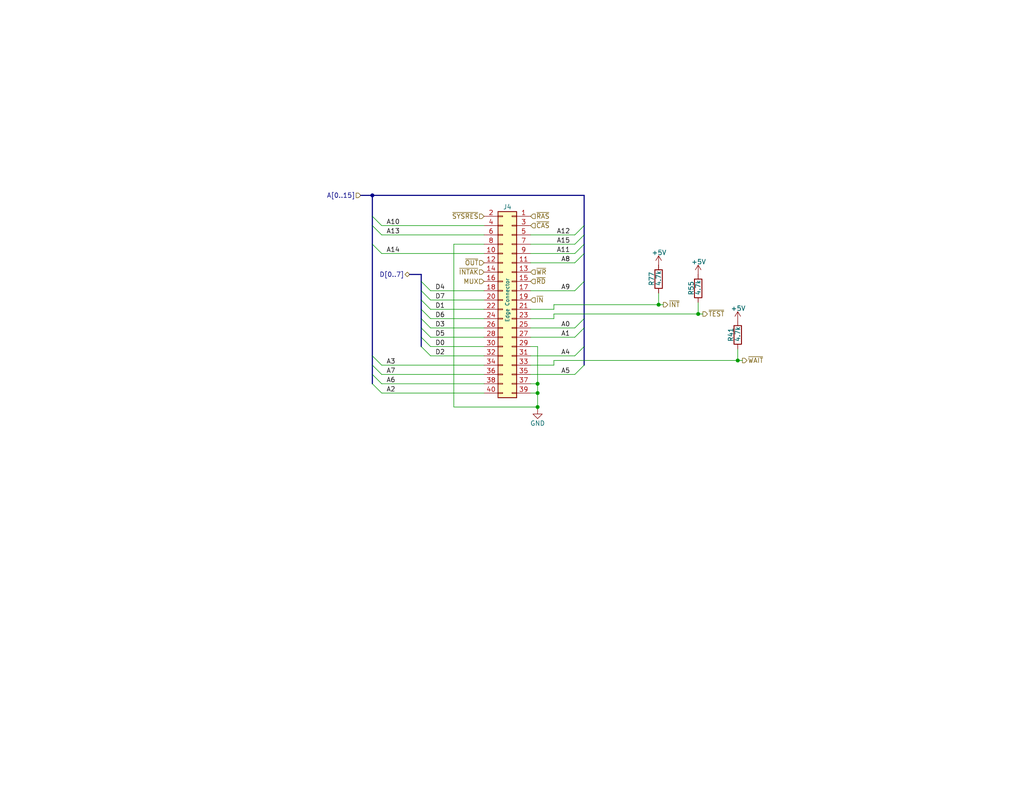
<source format=kicad_sch>
(kicad_sch (version 20250114) (generator "eeschema") (generator_version "9.0")
  (paper "USLetter")
  (title_block (title "TRS-80 Model I Rev HE11E011550") (date "2025-06-15") (rev "E1A") (company "RetroStack - Marcel Erz") (comment 2 "Unbuffered system interface with pull-up resistors for inputs") (comment 4 "Card-Edge Interface"))
  (lib_symbols
    (symbol "Connector_Generic:Conn_02x20_Odd_Even" (pin_names (offset 1.016) (hide yes))
      (property "Reference" "J" (at 1.27 25.4 0))
      (property "Value" "Conn_02x20_Odd_Even" (at 1.27 -27.94 0))
      (symbol "Conn_02x20_Odd_Even_1_1"
        (rectangle (start -1.27 24.13) (end 3.81 -26.67) (stroke (width 0.254)) (fill (type background)))
        (rectangle (start -1.27 22.987) (end 0 22.733) (stroke (width 0.1524)))
        (rectangle (start -1.27 20.447) (end 0 20.193) (stroke (width 0.1524)))
        (rectangle (start -1.27 17.907) (end 0 17.653) (stroke (width 0.1524)))
        (rectangle (start -1.27 15.367) (end 0 15.113) (stroke (width 0.1524)))
        (rectangle (start -1.27 12.827) (end 0 12.573) (stroke (width 0.1524)))
        (rectangle (start -1.27 10.287) (end 0 10.033) (stroke (width 0.1524)))
        (rectangle (start -1.27 7.747) (end 0 7.493) (stroke (width 0.1524)))
        (rectangle (start -1.27 5.207) (end 0 4.953) (stroke (width 0.1524)))
        (rectangle (start -1.27 2.667) (end 0 2.413) (stroke (width 0.1524)))
        (rectangle (start -1.27 0.127) (end 0 -0.127) (stroke (width 0.1524)))
        (rectangle (start -1.27 -2.413) (end 0 -2.667) (stroke (width 0.1524)))
        (rectangle (start -1.27 -4.953) (end 0 -5.207) (stroke (width 0.1524)))
        (rectangle (start -1.27 -7.493) (end 0 -7.747) (stroke (width 0.1524)))
        (rectangle (start -1.27 -10.033) (end 0 -10.287) (stroke (width 0.1524)))
        (rectangle (start -1.27 -12.573) (end 0 -12.827) (stroke (width 0.1524)))
        (rectangle (start -1.27 -15.113) (end 0 -15.367) (stroke (width 0.1524)))
        (rectangle (start -1.27 -17.653) (end 0 -17.907) (stroke (width 0.1524)))
        (rectangle (start -1.27 -20.193) (end 0 -20.447) (stroke (width 0.1524)))
        (rectangle (start -1.27 -22.733) (end 0 -22.987) (stroke (width 0.1524)))
        (rectangle (start -1.27 -25.273) (end 0 -25.527) (stroke (width 0.1524)))
        (rectangle (start 3.81 22.987) (end 2.54 22.733) (stroke (width 0.1524)))
        (rectangle (start 3.81 20.447) (end 2.54 20.193) (stroke (width 0.1524)))
        (rectangle (start 3.81 17.907) (end 2.54 17.653) (stroke (width 0.1524)))
        (rectangle (start 3.81 15.367) (end 2.54 15.113) (stroke (width 0.1524)))
        (rectangle (start 3.81 12.827) (end 2.54 12.573) (stroke (width 0.1524)))
        (rectangle (start 3.81 10.287) (end 2.54 10.033) (stroke (width 0.1524)))
        (rectangle (start 3.81 7.747) (end 2.54 7.493) (stroke (width 0.1524)))
        (rectangle (start 3.81 5.207) (end 2.54 4.953) (stroke (width 0.1524)))
        (rectangle (start 3.81 2.667) (end 2.54 2.413) (stroke (width 0.1524)))
        (rectangle (start 3.81 0.127) (end 2.54 -0.127) (stroke (width 0.1524)))
        (rectangle (start 3.81 -2.413) (end 2.54 -2.667) (stroke (width 0.1524)))
        (rectangle (start 3.81 -4.953) (end 2.54 -5.207) (stroke (width 0.1524)))
        (rectangle (start 3.81 -7.493) (end 2.54 -7.747) (stroke (width 0.1524)))
        (rectangle (start 3.81 -10.033) (end 2.54 -10.287) (stroke (width 0.1524)))
        (rectangle (start 3.81 -12.573) (end 2.54 -12.827) (stroke (width 0.1524)))
        (rectangle (start 3.81 -15.113) (end 2.54 -15.367) (stroke (width 0.1524)))
        (rectangle (start 3.81 -17.653) (end 2.54 -17.907) (stroke (width 0.1524)))
        (rectangle (start 3.81 -20.193) (end 2.54 -20.447) (stroke (width 0.1524)))
        (rectangle (start 3.81 -22.733) (end 2.54 -22.987) (stroke (width 0.1524)))
        (rectangle (start 3.81 -25.273) (end 2.54 -25.527) (stroke (width 0.1524)))
        (pin passive line (at -5.08 22.86 0) (length 3.81) (name "Pin_1") (number "1"))
        (pin passive line (at -5.08 20.32 0) (length 3.81) (name "Pin_3") (number "3"))
        (pin passive line (at -5.08 17.78 0) (length 3.81) (name "Pin_5") (number "5"))
        (pin passive line (at -5.08 15.24 0) (length 3.81) (name "Pin_7") (number "7"))
        (pin passive line (at -5.08 12.7 0) (length 3.81) (name "Pin_9") (number "9"))
        (pin passive line (at -5.08 10.16 0) (length 3.81) (name "Pin_11") (number "11"))
        (pin passive line (at -5.08 7.62 0) (length 3.81) (name "Pin_13") (number "13"))
        (pin passive line (at -5.08 5.08 0) (length 3.81) (name "Pin_15") (number "15"))
        (pin passive line (at -5.08 2.54 0) (length 3.81) (name "Pin_17") (number "17"))
        (pin passive line (at -5.08 0 0) (length 3.81) (name "Pin_19") (number "19"))
        (pin passive line (at -5.08 -2.54 0) (length 3.81) (name "Pin_21") (number "21"))
        (pin passive line (at -5.08 -5.08 0) (length 3.81) (name "Pin_23") (number "23"))
        (pin passive line (at -5.08 -7.62 0) (length 3.81) (name "Pin_25") (number "25"))
        (pin passive line (at -5.08 -10.16 0) (length 3.81) (name "Pin_27") (number "27"))
        (pin passive line (at -5.08 -12.7 0) (length 3.81) (name "Pin_29") (number "29"))
        (pin passive line (at -5.08 -15.24 0) (length 3.81) (name "Pin_31") (number "31"))
        (pin passive line (at -5.08 -17.78 0) (length 3.81) (name "Pin_33") (number "33"))
        (pin passive line (at -5.08 -20.32 0) (length 3.81) (name "Pin_35") (number "35"))
        (pin passive line (at -5.08 -22.86 0) (length 3.81) (name "Pin_37") (number "37"))
        (pin passive line (at -5.08 -25.4 0) (length 3.81) (name "Pin_39") (number "39"))
        (pin passive line (at 7.62 22.86 180) (length 3.81) (name "Pin_2") (number "2"))
        (pin passive line (at 7.62 20.32 180) (length 3.81) (name "Pin_4") (number "4"))
        (pin passive line (at 7.62 17.78 180) (length 3.81) (name "Pin_6") (number "6"))
        (pin passive line (at 7.62 15.24 180) (length 3.81) (name "Pin_8") (number "8"))
        (pin passive line (at 7.62 12.7 180) (length 3.81) (name "Pin_10") (number "10"))
        (pin passive line (at 7.62 10.16 180) (length 3.81) (name "Pin_12") (number "12"))
        (pin passive line (at 7.62 7.62 180) (length 3.81) (name "Pin_14") (number "14"))
        (pin passive line (at 7.62 5.08 180) (length 3.81) (name "Pin_16") (number "16"))
        (pin passive line (at 7.62 2.54 180) (length 3.81) (name "Pin_18") (number "18"))
        (pin passive line (at 7.62 0 180) (length 3.81) (name "Pin_20") (number "20"))
        (pin passive line (at 7.62 -2.54 180) (length 3.81) (name "Pin_22") (number "22"))
        (pin passive line (at 7.62 -5.08 180) (length 3.81) (name "Pin_24") (number "24"))
        (pin passive line (at 7.62 -7.62 180) (length 3.81) (name "Pin_26") (number "26"))
        (pin passive line (at 7.62 -10.16 180) (length 3.81) (name "Pin_28") (number "28"))
        (pin passive line (at 7.62 -12.7 180) (length 3.81) (name "Pin_30") (number "30"))
        (pin passive line (at 7.62 -15.24 180) (length 3.81) (name "Pin_32") (number "32"))
        (pin passive line (at 7.62 -17.78 180) (length 3.81) (name "Pin_34") (number "34"))
        (pin passive line (at 7.62 -20.32 180) (length 3.81) (name "Pin_36") (number "36"))
        (pin passive line (at 7.62 -22.86 180) (length 3.81) (name "Pin_38") (number "38"))
        (pin passive line (at 7.62 -25.4 180) (length 3.81) (name "Pin_40") (number "40"))
      )
    )
    (symbol "Device:R" (pin_numbers (hide yes)) (pin_names (offset 0))
      (property "Reference" "R" (at 2.032 0 90))
      (property "Value" "R" (at 0 0 90))
      (symbol "R_0_1"
        (rectangle (start -1.016 -2.54) (end 1.016 2.54) (stroke (width 0.254)))
      )
      (symbol "R_1_1"
        (pin passive line (at 0 3.81 270) (length 1.27) (name "~") (number "1"))
        (pin passive line (at 0 -3.81 90) (length 1.27) (name "~") (number "2"))
      )
    )
    (symbol "power:+5V" (power) (pin_numbers (hide yes)) (pin_names (offset 0) (hide yes))
      (property "Value" "+5V" (at 0 3.556 0))
      (symbol "+5V_0_1"
        (polyline (pts (xy -0.762 1.27) (xy 0 2.54)))
        (polyline (pts (xy 0 2.54) (xy 0.762 1.27)))
        (polyline (pts (xy 0 0) (xy 0 2.54)))
      )
      (symbol "+5V_1_1"
        (pin power_in line (at 0 0 90) (length 0) (name "~") (number "1"))
      )
    )
    (symbol "power:GND" (power) (pin_numbers (hide yes)) (pin_names (offset 0) (hide yes))
      (property "Value" "GND" (at 0 -3.81 0))
      (symbol "GND_0_1"
        (polyline (pts (xy 0 0) (xy 0 -1.27) (xy 1.27 -1.27) (xy 0 -2.54) (xy -1.27 -1.27) (xy 0 -1.27)))
      )
      (symbol "GND_1_1"
        (pin power_in line (at 0 0 270) (length 0) (name "~") (number "1"))
      )
    )
  )
  (junction (at 146.685 107.315))
  (junction (at 190.5 85.725))
  (junction (at 101.6 53.34))
  (junction (at 179.705 83.185))
  (junction (at 146.685 104.775))
  (junction (at 201.295 98.425))
  (junction (at 146.685 111.125))
  (bus_entry (at 117.475 89.535) (size -2.54 -2.54))
  (bus_entry (at 156.845 64.135) (size 2.54 -2.54))
  (bus_entry (at 156.845 66.675) (size 2.54 -2.54))
  (bus_entry (at 104.14 107.315) (size -2.54 -2.54))
  (bus_entry (at 104.14 99.695) (size -2.54 -2.54))
  (bus_entry (at 117.475 79.375) (size -2.54 -2.54))
  (bus_entry (at 104.14 69.215) (size -2.54 -2.54))
  (bus_entry (at 156.845 69.215) (size 2.54 -2.54))
  (bus_entry (at 117.475 97.155) (size -2.54 -2.54))
  (bus_entry (at 104.14 61.595) (size -2.54 -2.54))
  (bus_entry (at 117.475 92.075) (size -2.54 -2.54))
  (bus_entry (at 156.845 102.235) (size 2.54 -2.54))
  (bus_entry (at 104.14 64.135) (size -2.54 -2.54))
  (bus_entry (at 156.845 79.375) (size 2.54 -2.54))
  (bus_entry (at 104.14 104.775) (size -2.54 -2.54))
  (bus_entry (at 156.845 89.535) (size 2.54 -2.54))
  (bus_entry (at 117.475 86.995) (size -2.54 -2.54))
  (bus_entry (at 156.845 71.755) (size 2.54 -2.54))
  (bus_entry (at 104.14 102.235) (size -2.54 -2.54))
  (bus_entry (at 117.475 84.455) (size -2.54 -2.54))
  (bus_entry (at 117.475 94.615) (size -2.54 -2.54))
  (bus_entry (at 156.845 92.075) (size 2.54 -2.54))
  (bus_entry (at 156.845 97.155) (size 2.54 -2.54))
  (bus_entry (at 117.475 81.915) (size -2.54 -2.54))
  (wire (pts (xy 117.475 81.915) (xy 132.08 81.915)))
  (bus (pts (xy 114.935 86.995) (xy 114.935 89.535)))
  (wire (pts (xy 179.705 83.185) (xy 180.975 83.185)))
  (bus (pts (xy 159.385 69.215) (xy 159.385 76.835)))
  (wire (pts (xy 146.685 94.615) (xy 146.685 104.775)))
  (wire (pts (xy 151.13 99.695) (xy 151.13 98.425)))
  (bus (pts (xy 159.385 53.34) (xy 159.385 61.595)))
  (wire (pts (xy 151.13 98.425) (xy 201.295 98.425)))
  (wire (pts (xy 144.78 79.375) (xy 156.845 79.375)))
  (bus (pts (xy 111.76 74.93) (xy 114.935 74.93)))
  (wire (pts (xy 104.14 102.235) (xy 132.08 102.235)))
  (wire (pts (xy 117.475 97.155) (xy 132.08 97.155)))
  (wire (pts (xy 104.14 104.775) (xy 132.08 104.775)))
  (wire (pts (xy 104.14 107.315) (xy 132.08 107.315)))
  (bus (pts (xy 159.385 86.995) (xy 159.385 89.535)))
  (wire (pts (xy 144.78 97.155) (xy 156.845 97.155)))
  (bus (pts (xy 114.935 89.535) (xy 114.935 92.075)))
  (wire (pts (xy 146.685 111.125) (xy 146.685 111.76)))
  (bus (pts (xy 101.6 66.675) (xy 101.6 97.155)))
  (bus (pts (xy 114.935 79.375) (xy 114.935 81.915)))
  (wire (pts (xy 144.78 102.235) (xy 156.845 102.235)))
  (bus (pts (xy 114.935 92.075) (xy 114.935 94.615)))
  (bus (pts (xy 101.6 99.695) (xy 101.6 102.235)))
  (wire (pts (xy 151.13 83.185) (xy 151.13 84.455)))
  (wire (pts (xy 146.685 111.125) (xy 123.825 111.125)))
  (wire (pts (xy 144.78 69.215) (xy 156.845 69.215)))
  (wire (pts (xy 179.705 83.185) (xy 179.705 80.01)))
  (bus (pts (xy 101.6 102.235) (xy 101.6 104.775)))
  (wire (pts (xy 144.78 99.695) (xy 151.13 99.695)))
  (wire (pts (xy 144.78 71.755) (xy 156.845 71.755)))
  (wire (pts (xy 144.78 104.775) (xy 146.685 104.775)))
  (wire (pts (xy 190.5 85.725) (xy 190.5 82.55)))
  (wire (pts (xy 144.78 64.135) (xy 156.845 64.135)))
  (wire (pts (xy 117.475 92.075) (xy 132.08 92.075)))
  (wire (pts (xy 151.13 83.185) (xy 179.705 83.185)))
  (wire (pts (xy 190.5 85.725) (xy 191.77 85.725)))
  (wire (pts (xy 104.14 64.135) (xy 132.08 64.135)))
  (bus (pts (xy 114.935 76.835) (xy 114.935 79.375)))
  (bus (pts (xy 159.385 89.535) (xy 159.385 94.615)))
  (wire (pts (xy 144.78 66.675) (xy 156.845 66.675)))
  (bus (pts (xy 101.6 53.34) (xy 101.6 59.055)))
  (wire (pts (xy 201.295 98.425) (xy 201.295 95.25)))
  (wire (pts (xy 146.685 104.775) (xy 146.685 107.315)))
  (bus (pts (xy 159.385 94.615) (xy 159.385 99.695)))
  (bus (pts (xy 114.935 74.93) (xy 114.935 76.835)))
  (wire (pts (xy 104.14 99.695) (xy 132.08 99.695)))
  (bus (pts (xy 98.425 53.34) (xy 101.6 53.34)))
  (bus (pts (xy 114.935 81.915) (xy 114.935 84.455)))
  (wire (pts (xy 117.475 84.455) (xy 132.08 84.455)))
  (bus (pts (xy 159.385 53.34) (xy 101.6 53.34)))
  (wire (pts (xy 151.13 85.725) (xy 190.5 85.725)))
  (wire (pts (xy 144.78 107.315) (xy 146.685 107.315)))
  (bus (pts (xy 101.6 61.595) (xy 101.6 66.675)))
  (bus (pts (xy 101.6 97.155) (xy 101.6 99.695)))
  (bus (pts (xy 101.6 59.055) (xy 101.6 61.595)))
  (wire (pts (xy 104.14 69.215) (xy 132.08 69.215)))
  (wire (pts (xy 144.78 94.615) (xy 146.685 94.615)))
  (wire (pts (xy 144.78 89.535) (xy 156.845 89.535)))
  (wire (pts (xy 146.685 107.315) (xy 146.685 111.125)))
  (wire (pts (xy 132.08 66.675) (xy 123.825 66.675)))
  (bus (pts (xy 159.385 64.135) (xy 159.385 66.675)))
  (wire (pts (xy 117.475 94.615) (xy 132.08 94.615)))
  (wire (pts (xy 151.13 86.995) (xy 151.13 85.725)))
  (bus (pts (xy 159.385 61.595) (xy 159.385 64.135)))
  (bus (pts (xy 159.385 66.675) (xy 159.385 69.215)))
  (bus (pts (xy 159.385 76.835) (xy 159.385 86.995)))
  (wire (pts (xy 117.475 86.995) (xy 132.08 86.995)))
  (wire (pts (xy 104.14 61.595) (xy 132.08 61.595)))
  (wire (pts (xy 144.78 92.075) (xy 156.845 92.075)))
  (wire (pts (xy 151.13 84.455) (xy 144.78 84.455)))
  (wire (pts (xy 123.825 66.675) (xy 123.825 111.125)))
  (wire (pts (xy 117.475 89.535) (xy 132.08 89.535)))
  (wire (pts (xy 117.475 79.375) (xy 132.08 79.375)))
  (wire (pts (xy 201.295 98.425) (xy 202.565 98.425)))
  (bus (pts (xy 114.935 84.455) (xy 114.935 86.995)))
  (wire (pts (xy 144.78 86.995) (xy 151.13 86.995)))
  (label "A2" (at 105.41 107.315 0))
  (label "D6" (at 118.745 86.995 0))
  (label "D5" (at 118.745 92.075 0))
  (label "A0" (at 155.575 89.535 180))
  (label "A5" (at 155.575 102.235 180))
  (label "D2" (at 118.745 97.155 0))
  (label "A11" (at 155.575 69.215 180))
  (label "A4" (at 155.575 97.155 180))
  (label "A9" (at 155.575 79.375 180))
  (label "A7" (at 105.41 102.235 0))
  (label "A12" (at 155.575 64.135 180))
  (label "D0" (at 118.745 94.615 0))
  (label "A8" (at 155.575 71.755 180))
  (label "A14" (at 105.41 69.215 0))
  (label "D4" (at 118.745 79.375 0))
  (label "A13" (at 105.41 64.135 0))
  (label "A10" (at 105.41 61.595 0))
  (label "D7" (at 118.745 81.915 0))
  (label "A6" (at 105.41 104.775 0))
  (label "D1" (at 118.745 84.455 0))
  (label "A1" (at 155.575 92.075 180))
  (label "D3" (at 118.745 89.535 0))
  (label "A15" (at 155.575 66.675 180))
  (label "A3" (at 105.41 99.695 0))
  (hierarchical_label "~{TEST}" (shape output) (at 191.77 85.725 0))
  (hierarchical_label "~{WR}" (shape input) (at 144.78 74.295 0))
  (hierarchical_label "~{RD}" (shape input) (at 144.78 76.835 0))
  (hierarchical_label "~{WAIT}" (shape output) (at 202.565 98.425 0))
  (hierarchical_label "A[0..15]" (shape input) (at 98.425 53.34 180))
  (hierarchical_label "~{INT}" (shape output) (at 180.975 83.185 0))
  (hierarchical_label "~{CAS}" (shape input) (at 144.78 61.595 0))
  (hierarchical_label "~{IN}" (shape input) (at 144.78 81.915 0))
  (hierarchical_label "~{OUT}" (shape input) (at 132.08 71.755 180))
  (hierarchical_label "~{RAS}" (shape input) (at 144.78 59.055 0))
  (hierarchical_label "MUX" (shape input) (at 132.08 76.835 180))
  (hierarchical_label "D[0..7]" (shape bidirectional) (at 111.76 74.93 180))
  (hierarchical_label "~{INTAK}" (shape input) (at 132.08 74.295 180))
  (hierarchical_label "~{SYSRES}" (shape input) (at 132.08 59.055 180))
  (symbol (lib_id "Device:R") (at 190.5 78.74 0) (unit 1)
    (property "Reference" "R55" (at 188.595 80.645 90) (effects (justify left)))
    (property "Value" "4.7k" (at 190.5 80.645 90) (effects (justify left)))
    (property "Footprint" "Library:TRS80_Model_I_R_0.25W_Jap" (effects (hide yes)))
  )
  (symbol (lib_id "power:+5V") (at 179.705 72.39 0) (unit 1)
    (property "Reference" "#PWR06" (effects (hide yes)))
    (property "Value" "+5V" (at 179.832 68.961 0))
    (property "Description" "Power symbol creates a global label with name \"+5V\"" (effects (hide yes)))
  )
  (symbol (lib_id "power:GND") (at 146.685 111.76 0) (unit 1)
    (property "Reference" "#PWR033" (effects (hide yes)))
    (property "Value" "GND" (at 146.685 115.57 0))
    (property "Description" "Power symbol creates a global label with name \"GND\" , ground" (effects (hide yes)))
  )
  (symbol (lib_id "Connector_Generic:Conn_02x20_Odd_Even") (at 139.7 81.915 0) (mirror y) (unit 1)
    (property "Reference" "J4" (at 138.43 56.515 0))
    (property "Value" "Edge Connector" (at 138.43 81.915 90) (effects (font (size 1 1))))
    (property "Footprint" "Library:TRS80_Model_I_Edge_Connector_Jap" (effects (hide yes)))
  )
  (symbol (lib_id "Device:R") (at 201.295 91.44 0) (unit 1)
    (property "Reference" "R41" (at 199.39 93.345 90) (effects (justify left)))
    (property "Value" "4.7k" (at 201.295 93.345 90) (effects (justify left)))
    (property "Footprint" "Library:TRS80_Model_I_R_0.25W_Jap" (effects (hide yes)))
  )
  (symbol (lib_id "power:+5V") (at 190.5 74.93 0) (unit 1)
    (property "Reference" "#PWR07" (effects (hide yes)))
    (property "Value" "+5V" (at 190.627 71.501 0))
    (property "Description" "Power symbol creates a global label with name \"+5V\"" (effects (hide yes)))
  )
  (symbol (lib_id "Device:R") (at 179.705 76.2 0) (unit 1)
    (property "Reference" "R77" (at 177.8 78.105 90) (effects (justify left)))
    (property "Value" "4.7k" (at 179.705 78.105 90) (effects (justify left)))
    (property "Footprint" "Library:TRS80_Model_I_R_0.25W_Jap" (effects (hide yes)))
  )
  (symbol (lib_id "power:+5V") (at 201.295 87.63 0) (unit 1)
    (property "Reference" "#PWR018" (effects (hide yes)))
    (property "Value" "+5V" (at 201.422 84.201 0))
    (property "Description" "Power symbol creates a global label with name \"+5V\"" (effects (hide yes)))
  )
)
</source>
